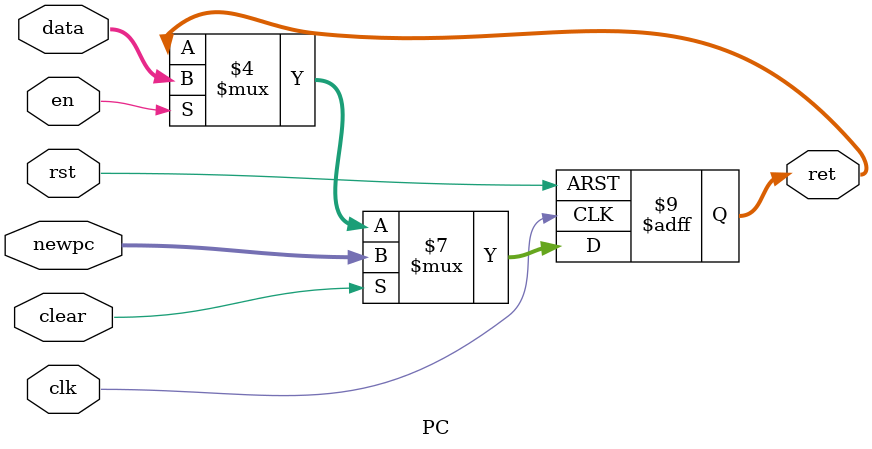
<source format=v>
`timescale 1ns / 1ps

// PC Ä£¿é
module PC #(parameter WIDTH = 32) (
    input wire clk, rst, en, clear,
	input wire[WIDTH-1:0] data,
	input wire[WIDTH-1:0] newpc,
	output reg[WIDTH-1:0] ret
    );
    initial begin
        ret <= 32'hbfc00000;
    end
    always @(posedge clk, posedge rst) begin
		if(rst) begin
			ret <= 32'hbfc00000;
		end else if(clear) begin
			ret <= newpc;
		end else if(en) begin
			ret <= data;
		end else begin
		    ret <= ret;
		end
	end
endmodule

</source>
